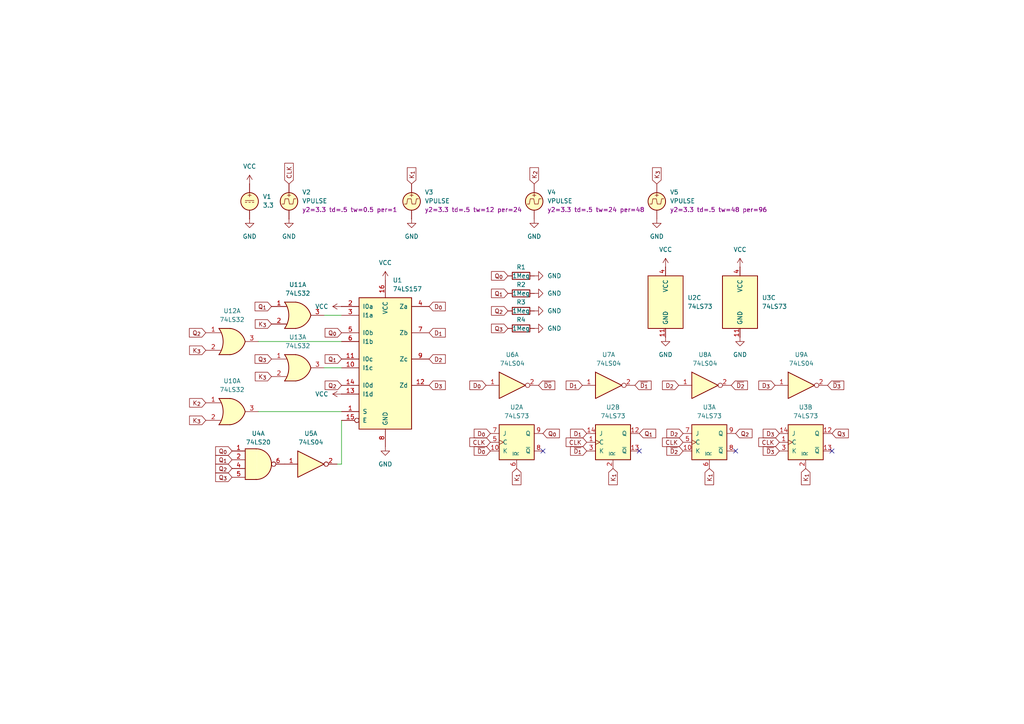
<source format=kicad_sch>
(kicad_sch (version 20250114) (generator "eeschema") (generator_version "9.0")
  (paper "A4")
  (lib_symbols
    (symbol "74xx:74LS04"
      (property "Reference" "U" (at 0 1.27 0))
      (property "Value" "74LS04" (at 0 -1.27 0))
      (symbol "74LS04_1_0"
        (polyline (pts (xy -3.81 3.81) (xy -3.81 -3.81) (xy 3.81 0) (xy -3.81 3.81)) (stroke (width 0.254)) (fill (type background)))
        (pin input line (at -7.62 0 0) (length 3.81) (name "~") (number "1"))
        (pin output inverted (at 7.62 0 180) (length 3.81) (name "~") (number "2"))
      )
      (symbol "74LS04_2_0"
        (polyline (pts (xy -3.81 3.81) (xy -3.81 -3.81) (xy 3.81 0) (xy -3.81 3.81)) (stroke (width 0.254)) (fill (type background)))
        (pin input line (at -7.62 0 0) (length 3.81) (name "~") (number "3"))
        (pin output inverted (at 7.62 0 180) (length 3.81) (name "~") (number "4"))
      )
      (symbol "74LS04_3_0"
        (polyline (pts (xy -3.81 3.81) (xy -3.81 -3.81) (xy 3.81 0) (xy -3.81 3.81)) (stroke (width 0.254)) (fill (type background)))
        (pin input line (at -7.62 0 0) (length 3.81) (name "~") (number "5"))
        (pin output inverted (at 7.62 0 180) (length 3.81) (name "~") (number "6"))
      )
      (symbol "74LS04_4_0"
        (polyline (pts (xy -3.81 3.81) (xy -3.81 -3.81) (xy 3.81 0) (xy -3.81 3.81)) (stroke (width 0.254)) (fill (type background)))
        (pin input line (at -7.62 0 0) (length 3.81) (name "~") (number "9"))
        (pin output inverted (at 7.62 0 180) (length 3.81) (name "~") (number "8"))
      )
      (symbol "74LS04_5_0"
        (polyline (pts (xy -3.81 3.81) (xy -3.81 -3.81) (xy 3.81 0) (xy -3.81 3.81)) (stroke (width 0.254)) (fill (type background)))
        (pin input line (at -7.62 0 0) (length 3.81) (name "~") (number "11"))
        (pin output inverted (at 7.62 0 180) (length 3.81) (name "~") (number "10"))
      )
      (symbol "74LS04_6_0"
        (polyline (pts (xy -3.81 3.81) (xy -3.81 -3.81) (xy 3.81 0) (xy -3.81 3.81)) (stroke (width 0.254)) (fill (type background)))
        (pin input line (at -7.62 0 0) (length 3.81) (name "~") (number "13"))
        (pin output inverted (at 7.62 0 180) (length 3.81) (name "~") (number "12"))
      )
      (symbol "74LS04_7_0"
        (pin power_in line (at 0 12.7 270) (length 5.08) (name "VCC") (number "14"))
        (pin power_in line (at 0 -12.7 90) (length 5.08) (name "GND") (number "7"))
      )
      (symbol "74LS04_7_1"
        (rectangle (start -5.08 7.62) (end 5.08 -7.62) (stroke (width 0.254)) (fill (type background)))
      )
    )
    (symbol "74xx:74LS157" (pin_names (offset 1.016))
      (property "Reference" "U" (at -7.62 19.05 0))
      (property "Value" "74LS157" (at -7.62 -21.59 0))
      (symbol "74LS157_1_0"
        (pin input line (at -12.7 15.24 0) (length 5.08) (name "I0a") (number "2"))
        (pin input line (at -12.7 12.7 0) (length 5.08) (name "I1a") (number "3"))
        (pin input line (at -12.7 7.62 0) (length 5.08) (name "I0b") (number "5"))
        (pin input line (at -12.7 5.08 0) (length 5.08) (name "I1b") (number "6"))
        (pin input line (at -12.7 0 0) (length 5.08) (name "I0c") (number "11"))
        (pin input line (at -12.7 -2.54 0) (length 5.08) (name "I1c") (number "10"))
        (pin input line (at -12.7 -7.62 0) (length 5.08) (name "I0d") (number "14"))
        (pin input line (at -12.7 -10.16 0) (length 5.08) (name "I1d") (number "13"))
        (pin input line (at -12.7 -15.24 0) (length 5.08) (name "S") (number "1"))
        (pin input inverted (at -12.7 -17.78 0) (length 5.08) (name "E") (number "15"))
        (pin power_in line (at 0 22.86 270) (length 5.08) (name "VCC") (number "16"))
        (pin power_in line (at 0 -25.4 90) (length 5.08) (name "GND") (number "8"))
        (pin output line (at 12.7 15.24 180) (length 5.08) (name "Za") (number "4"))
        (pin output line (at 12.7 7.62 180) (length 5.08) (name "Zb") (number "7"))
        (pin output line (at 12.7 0 180) (length 5.08) (name "Zc") (number "9"))
        (pin output line (at 12.7 -7.62 180) (length 5.08) (name "Zd") (number "12"))
      )
      (symbol "74LS157_1_1"
        (rectangle (start -7.62 17.78) (end 7.62 -20.32) (stroke (width 0.254)) (fill (type background)))
      )
    )
    (symbol "74xx:74LS20" (pin_names (offset 1.016))
      (property "Reference" "U" (at 0 1.27 0))
      (property "Value" "74LS20" (at 0 -1.27 0))
      (symbol "74LS20_1_1"
        (arc (start -0.635 4.445) (mid 3.7907 0) (end -0.635 -4.445) (stroke (width 0.254)) (fill (type background)))
        (polyline (pts (xy -0.635 4.445) (xy -3.81 4.445) (xy -3.81 -4.445) (xy -0.635 -4.445)) (stroke (width 0.254)) (fill (type background)))
        (pin input line (at -7.62 3.81 0) (length 3.81) (name "~") (number "1"))
        (pin input line (at -7.62 1.27 0) (length 3.81) (name "~") (number "2"))
        (pin input line (at -7.62 -1.27 0) (length 3.81) (name "~") (number "4"))
        (pin input line (at -7.62 -3.81 0) (length 3.81) (name "~") (number "5"))
        (pin output inverted (at 7.62 0 180) (length 3.81) (name "~") (number "6"))
      )
      (symbol "74LS20_1_2"
        (arc (start -3.81 4.445) (mid -2.5908 0) (end -3.81 -4.445) (stroke (width 0.254)))
        (polyline (pts (xy -3.81 4.445) (xy -0.635 4.445)) (stroke (width 0.254)) (fill (type background)))
        (polyline (pts (xy -3.81 -4.445) (xy -0.635 -4.445)) (stroke (width 0.254)) (fill (type background)))
        (arc (start -0.6096 4.445) (mid 2.2198 2.8385) (end 3.81 0) (stroke (width 0.254)) (fill (type background)))
        (arc (start 3.81 0) (mid 2.224 -2.8428) (end -0.6096 -4.445) (stroke (width 0.254)) (fill (type background)))
        (polyline (pts (xy -0.635 4.445) (xy -3.81 4.445) (xy -3.81 4.445) (xy -3.6322 4.0894) (xy -3.0988 2.921) (xy -2.7686 1.6764) (xy -2.6162 0.4318) (xy -2.6416 -0.8636) (xy -2.8702 -2.1082) (xy -3.2512 -3.3274) (xy -3.81 -4.445) (xy -3.81 -4.445) (xy -0.635 -4.445)) (stroke (width -25.4)) (fill (type background)))
        (pin input inverted (at -7.62 3.81 0) (length 3.81) (name "~") (number "1"))
        (pin input inverted (at -7.62 1.27 0) (length 4.826) (name "~") (number "2"))
        (pin input inverted (at -7.62 -1.27 0) (length 4.826) (name "~") (number "4"))
        (pin input inverted (at -7.62 -3.81 0) (length 3.81) (name "~") (number "5"))
        (pin output line (at 7.62 0 180) (length 3.81) (name "~") (number "6"))
      )
      (symbol "74LS20_2_1"
        (arc (start -0.635 4.445) (mid 3.7907 0) (end -0.635 -4.445) (stroke (width 0.254)) (fill (type background)))
        (polyline (pts (xy -0.635 4.445) (xy -3.81 4.445) (xy -3.81 -4.445) (xy -0.635 -4.445)) (stroke (width 0.254)) (fill (type background)))
        (pin input line (at -7.62 3.81 0) (length 3.81) (name "~") (number "9"))
        (pin input line (at -7.62 1.27 0) (length 3.81) (name "~") (number "10"))
        (pin input line (at -7.62 -1.27 0) (length 3.81) (name "~") (number "12"))
        (pin input line (at -7.62 -3.81 0) (length 3.81) (name "~") (number "13"))
        (pin output inverted (at 7.62 0 180) (length 3.81) (name "~") (number "8"))
      )
      (symbol "74LS20_2_2"
        (arc (start -3.81 4.445) (mid -2.5908 0) (end -3.81 -4.445) (stroke (width 0.254)))
        (polyline (pts (xy -3.81 4.445) (xy -0.635 4.445)) (stroke (width 0.254)) (fill (type background)))
        (polyline (pts (xy -3.81 -4.445) (xy -0.635 -4.445)) (stroke (width 0.254)) (fill (type background)))
        (arc (start -0.6096 4.445) (mid 2.2198 2.8385) (end 3.81 0) (stroke (width 0.254)) (fill (type background)))
        (arc (start 3.81 0) (mid 2.224 -2.8428) (end -0.6096 -4.445) (stroke (width 0.254)) (fill (type background)))
        (polyline (pts (xy -0.635 4.445) (xy -3.81 4.445) (xy -3.81 4.445) (xy -3.6322 4.0894) (xy -3.0988 2.921) (xy -2.7686 1.6764) (xy -2.6162 0.4318) (xy -2.6416 -0.8636) (xy -2.8702 -2.1082) (xy -3.2512 -3.3274) (xy -3.81 -4.445) (xy -3.81 -4.445) (xy -0.635 -4.445)) (stroke (width -25.4)) (fill (type background)))
        (pin input inverted (at -7.62 3.81 0) (length 3.81) (name "~") (number "9"))
        (pin input inverted (at -7.62 1.27 0) (length 4.826) (name "~") (number "10"))
        (pin input inverted (at -7.62 -1.27 0) (length 4.826) (name "~") (number "12"))
        (pin input inverted (at -7.62 -3.81 0) (length 3.81) (name "~") (number "13"))
        (pin output line (at 7.62 0 180) (length 3.81) (name "~") (number "8"))
      )
      (symbol "74LS20_3_0"
        (pin power_in line (at 0 12.7 270) (length 5.08) (name "VCC") (number "14"))
        (pin power_in line (at 0 -12.7 90) (length 5.08) (name "GND") (number "7"))
      )
      (symbol "74LS20_3_1"
        (rectangle (start -5.08 7.62) (end 5.08 -7.62) (stroke (width 0.254)) (fill (type background)))
      )
    )
    (symbol "74xx:74LS32" (pin_names (offset 1.016))
      (property "Reference" "U" (at 0 1.27 0))
      (property "Value" "74LS32" (at 0 -1.27 0))
      (symbol "74LS32_1_1"
        (arc (start -3.81 3.81) (mid -2.589 0) (end -3.81 -3.81) (stroke (width 0.254)))
        (polyline (pts (xy -3.81 3.81) (xy -0.635 3.81)) (stroke (width 0.254)) (fill (type background)))
        (polyline (pts (xy -3.81 -3.81) (xy -0.635 -3.81)) (stroke (width 0.254)) (fill (type background)))
        (arc (start 3.81 0) (mid 2.1855 -2.584) (end -0.6096 -3.81) (stroke (width 0.254)) (fill (type background)))
        (arc (start -0.6096 3.81) (mid 2.1928 2.5924) (end 3.81 0) (stroke (width 0.254)) (fill (type background)))
        (polyline (pts (xy -0.635 3.81) (xy -3.81 3.81) (xy -3.81 3.81) (xy -3.556 3.4036) (xy -3.0226 2.2606) (xy -2.6924 1.0414) (xy -2.6162 -0.254) (xy -2.7686 -1.4986) (xy -3.175 -2.7178) (xy -3.81 -3.81) (xy -3.81 -3.81) (xy -0.635 -3.81)) (stroke (width -25.4)) (fill (type background)))
        (pin input line (at -7.62 2.54 0) (length 4.318) (name "~") (number "1"))
        (pin input line (at -7.62 -2.54 0) (length 4.318) (name "~") (number "2"))
        (pin output line (at 7.62 0 180) (length 3.81) (name "~") (number "3"))
      )
      (symbol "74LS32_1_2"
        (arc (start 0 3.81) (mid 3.7934 0) (end 0 -3.81) (stroke (width 0.254)) (fill (type background)))
        (polyline (pts (xy 0 3.81) (xy -3.81 3.81) (xy -3.81 -3.81) (xy 0 -3.81)) (stroke (width 0.254)) (fill (type background)))
        (pin input inverted (at -7.62 2.54 0) (length 3.81) (name "~") (number "1"))
        (pin input inverted (at -7.62 -2.54 0) (length 3.81) (name "~") (number "2"))
        (pin output inverted (at 7.62 0 180) (length 3.81) (name "~") (number "3"))
      )
      (symbol "74LS32_2_1"
        (arc (start -3.81 3.81) (mid -2.589 0) (end -3.81 -3.81) (stroke (width 0.254)))
        (polyline (pts (xy -3.81 3.81) (xy -0.635 3.81)) (stroke (width 0.254)) (fill (type background)))
        (polyline (pts (xy -3.81 -3.81) (xy -0.635 -3.81)) (stroke (width 0.254)) (fill (type background)))
        (arc (start 3.81 0) (mid 2.1855 -2.584) (end -0.6096 -3.81) (stroke (width 0.254)) (fill (type background)))
        (arc (start -0.6096 3.81) (mid 2.1928 2.5924) (end 3.81 0) (stroke (width 0.254)) (fill (type background)))
        (polyline (pts (xy -0.635 3.81) (xy -3.81 3.81) (xy -3.81 3.81) (xy -3.556 3.4036) (xy -3.0226 2.2606) (xy -2.6924 1.0414) (xy -2.6162 -0.254) (xy -2.7686 -1.4986) (xy -3.175 -2.7178) (xy -3.81 -3.81) (xy -3.81 -3.81) (xy -0.635 -3.81)) (stroke (width -25.4)) (fill (type background)))
        (pin input line (at -7.62 2.54 0) (length 4.318) (name "~") (number "4"))
        (pin input line (at -7.62 -2.54 0) (length 4.318) (name "~") (number "5"))
        (pin output line (at 7.62 0 180) (length 3.81) (name "~") (number "6"))
      )
      (symbol "74LS32_2_2"
        (arc (start 0 3.81) (mid 3.7934 0) (end 0 -3.81) (stroke (width 0.254)) (fill (type background)))
        (polyline (pts (xy 0 3.81) (xy -3.81 3.81) (xy -3.81 -3.81) (xy 0 -3.81)) (stroke (width 0.254)) (fill (type background)))
        (pin input inverted (at -7.62 2.54 0) (length 3.81) (name "~") (number "4"))
        (pin input inverted (at -7.62 -2.54 0) (length 3.81) (name "~") (number "5"))
        (pin output inverted (at 7.62 0 180) (length 3.81) (name "~") (number "6"))
      )
      (symbol "74LS32_3_1"
        (arc (start -3.81 3.81) (mid -2.589 0) (end -3.81 -3.81) (stroke (width 0.254)))
        (polyline (pts (xy -3.81 3.81) (xy -0.635 3.81)) (stroke (width 0.254)) (fill (type background)))
        (polyline (pts (xy -3.81 -3.81) (xy -0.635 -3.81)) (stroke (width 0.254)) (fill (type background)))
        (arc (start 3.81 0) (mid 2.1855 -2.584) (end -0.6096 -3.81) (stroke (width 0.254)) (fill (type background)))
        (arc (start -0.6096 3.81) (mid 2.1928 2.5924) (end 3.81 0) (stroke (width 0.254)) (fill (type background)))
        (polyline (pts (xy -0.635 3.81) (xy -3.81 3.81) (xy -3.81 3.81) (xy -3.556 3.4036) (xy -3.0226 2.2606) (xy -2.6924 1.0414) (xy -2.6162 -0.254) (xy -2.7686 -1.4986) (xy -3.175 -2.7178) (xy -3.81 -3.81) (xy -3.81 -3.81) (xy -0.635 -3.81)) (stroke (width -25.4)) (fill (type background)))
        (pin input line (at -7.62 2.54 0) (length 4.318) (name "~") (number "9"))
        (pin input line (at -7.62 -2.54 0) (length 4.318) (name "~") (number "10"))
        (pin output line (at 7.62 0 180) (length 3.81) (name "~") (number "8"))
      )
      (symbol "74LS32_3_2"
        (arc (start 0 3.81) (mid 3.7934 0) (end 0 -3.81) (stroke (width 0.254)) (fill (type background)))
        (polyline (pts (xy 0 3.81) (xy -3.81 3.81) (xy -3.81 -3.81) (xy 0 -3.81)) (stroke (width 0.254)) (fill (type background)))
        (pin input inverted (at -7.62 2.54 0) (length 3.81) (name "~") (number "9"))
        (pin input inverted (at -7.62 -2.54 0) (length 3.81) (name "~") (number "10"))
        (pin output inverted (at 7.62 0 180) (length 3.81) (name "~") (number "8"))
      )
      (symbol "74LS32_4_1"
        (arc (start -3.81 3.81) (mid -2.589 0) (end -3.81 -3.81) (stroke (width 0.254)))
        (polyline (pts (xy -3.81 3.81) (xy -0.635 3.81)) (stroke (width 0.254)) (fill (type background)))
        (polyline (pts (xy -3.81 -3.81) (xy -0.635 -3.81)) (stroke (width 0.254)) (fill (type background)))
        (arc (start 3.81 0) (mid 2.1855 -2.584) (end -0.6096 -3.81) (stroke (width 0.254)) (fill (type background)))
        (arc (start -0.6096 3.81) (mid 2.1928 2.5924) (end 3.81 0) (stroke (width 0.254)) (fill (type background)))
        (polyline (pts (xy -0.635 3.81) (xy -3.81 3.81) (xy -3.81 3.81) (xy -3.556 3.4036) (xy -3.0226 2.2606) (xy -2.6924 1.0414) (xy -2.6162 -0.254) (xy -2.7686 -1.4986) (xy -3.175 -2.7178) (xy -3.81 -3.81) (xy -3.81 -3.81) (xy -0.635 -3.81)) (stroke (width -25.4)) (fill (type background)))
        (pin input line (at -7.62 2.54 0) (length 4.318) (name "~") (number "12"))
        (pin input line (at -7.62 -2.54 0) (length 4.318) (name "~") (number "13"))
        (pin output line (at 7.62 0 180) (length 3.81) (name "~") (number "11"))
      )
      (symbol "74LS32_4_2"
        (arc (start 0 3.81) (mid 3.7934 0) (end 0 -3.81) (stroke (width 0.254)) (fill (type background)))
        (polyline (pts (xy 0 3.81) (xy -3.81 3.81) (xy -3.81 -3.81) (xy 0 -3.81)) (stroke (width 0.254)) (fill (type background)))
        (pin input inverted (at -7.62 2.54 0) (length 3.81) (name "~") (number "12"))
        (pin input inverted (at -7.62 -2.54 0) (length 3.81) (name "~") (number "13"))
        (pin output inverted (at 7.62 0 180) (length 3.81) (name "~") (number "11"))
      )
      (symbol "74LS32_5_0"
        (pin power_in line (at 0 12.7 270) (length 5.08) (name "VCC") (number "14"))
        (pin power_in line (at 0 -12.7 90) (length 5.08) (name "GND") (number "7"))
      )
      (symbol "74LS32_5_1"
        (rectangle (start -5.08 7.62) (end 5.08 -7.62) (stroke (width 0.254)) (fill (type background)))
      )
    )
    (symbol "74xx:74LS73" (pin_names (offset 1.016))
      (property "Reference" "U" (at -7.62 8.89 0))
      (property "Value" "74LS73" (at -7.62 -8.89 0))
      (symbol "74LS73_1_0"
        (pin input line (at -7.62 2.54 0) (length 2.54) (name "J") (number "7"))
        (pin input clock (at -7.62 0 0) (length 2.54) (name "C") (number "5"))
        (pin input line (at -7.62 -2.54 0) (length 2.54) (name "K") (number "10"))
        (pin input line (at 0 -7.62 90) (length 2.54) (name "~{R}") (number "6"))
        (pin output line (at 7.62 2.54 180) (length 2.54) (name "Q") (number "9"))
        (pin output line (at 7.62 -2.54 180) (length 2.54) (name "~{Q}") (number "8"))
      )
      (symbol "74LS73_1_1"
        (rectangle (start -5.08 5.08) (end 5.08 -5.08) (stroke (width 0.254)) (fill (type background)))
      )
      (symbol "74LS73_2_0"
        (pin input line (at -7.62 2.54 0) (length 2.54) (name "J") (number "14"))
        (pin input clock (at -7.62 0 0) (length 2.54) (name "C") (number "1"))
        (pin input line (at -7.62 -2.54 0) (length 2.54) (name "K") (number "3"))
        (pin input line (at 0 -7.62 90) (length 2.54) (name "~{R}") (number "2"))
        (pin output line (at 7.62 2.54 180) (length 2.54) (name "Q") (number "12"))
        (pin output line (at 7.62 -2.54 180) (length 2.54) (name "~{Q}") (number "13"))
      )
      (symbol "74LS73_2_1"
        (rectangle (start -5.08 5.08) (end 5.08 -5.08) (stroke (width 0.254)) (fill (type background)))
      )
      (symbol "74LS73_3_0"
        (pin power_in line (at 0 10.16 270) (length 2.54) (name "VCC") (number "4"))
        (pin power_in line (at 0 -10.16 90) (length 2.54) (name "GND") (number "11"))
      )
      (symbol "74LS73_3_1"
        (rectangle (start -5.08 7.62) (end 5.08 -7.62) (stroke (width 0.254)) (fill (type background)))
      )
    )
    (symbol "Device:R" (pin_numbers (hide yes)) (pin_names (offset 0))
      (property "Reference" "R" (at 2.032 0 90))
      (property "Value" "R" (at 0 0 90))
      (symbol "R_0_1"
        (rectangle (start -1.016 -2.54) (end 1.016 2.54) (stroke (width 0.254)))
      )
      (symbol "R_1_1"
        (pin passive line (at 0 3.81 270) (length 1.27) (name "~") (number "1"))
        (pin passive line (at 0 -3.81 90) (length 1.27) (name "~") (number "2"))
      )
    )
    (symbol "Simulation_SPICE:VDC" (pin_numbers (hide yes)) (pin_names (offset 0.0254))
      (property "Reference" "V" (at 2.54 2.54 0))
      (property "Value" "1" (at 2.54 0 0))
      (symbol "VDC_0_0"
        (polyline (pts (xy -1.27 0.254) (xy 1.27 0.254)))
        (polyline (pts (xy -0.762 -0.254) (xy -1.27 -0.254)))
        (polyline (pts (xy 0.254 -0.254) (xy -0.254 -0.254)))
        (polyline (pts (xy 1.27 -0.254) (xy 0.762 -0.254)))
        (text "+" (at 0 1.905 0) (effects (font (size 1.27 1.27))))
      )
      (symbol "VDC_0_1"
        (circle (center 0 0) (radius 2.54) (stroke (width 0.254)) (fill (type background)))
      )
      (symbol "VDC_1_1"
        (pin passive line (at 0 5.08 270) (length 2.54) (name "~") (number "1"))
        (pin passive line (at 0 -5.08 90) (length 2.54) (name "~") (number "2"))
      )
    )
    (symbol "Simulation_SPICE:VPULSE" (pin_numbers (hide yes)) (pin_names (offset 0.0254))
      (property "Reference" "V" (at 2.54 2.54 0))
      (property "Value" "VPULSE" (at 2.54 0 0))
      (property "Sim.Params" "y1=0 y2=1 td=2n tr=2n tf=2n tw=50n per=100n" (at 2.54 -2.54 0))
      (symbol "VPULSE_0_0"
        (polyline (pts (xy -2.032 -0.762) (xy -1.397 -0.762) (xy -1.143 0.762) (xy -0.127 0.762) (xy 0.127 -0.762) (xy 1.143 -0.762) (xy 1.397 0.762) (xy 2.032 0.762)))
        (text "+" (at 0 1.905 0) (effects (font (size 1.27 1.27))))
      )
      (symbol "VPULSE_0_1"
        (circle (center 0 0) (radius 2.54) (stroke (width 0.254)) (fill (type background)))
      )
      (symbol "VPULSE_1_1"
        (pin passive line (at 0 5.08 270) (length 2.54) (name "~") (number "1"))
        (pin passive line (at 0 -5.08 90) (length 2.54) (name "~") (number "2"))
      )
    )
    (symbol "power:GND" (power) (pin_numbers (hide yes)) (pin_names (offset 0) (hide yes))
      (property "Value" "GND" (at 0 -3.81 0))
      (symbol "GND_0_1"
        (polyline (pts (xy 0 0) (xy 0 -1.27) (xy 1.27 -1.27) (xy 0 -2.54) (xy -1.27 -1.27) (xy 0 -1.27)))
      )
      (symbol "GND_1_1"
        (pin power_in line (at 0 0 270) (length 0) (name "~") (number "1"))
      )
    )
    (symbol "power:VCC" (power) (pin_numbers (hide yes)) (pin_names (offset 0) (hide yes))
      (property "Value" "VCC" (at 0 3.556 0))
      (symbol "VCC_0_1"
        (polyline (pts (xy -0.762 1.27) (xy 0 2.54)))
        (polyline (pts (xy 0 2.54) (xy 0.762 1.27)))
        (polyline (pts (xy 0 0) (xy 0 2.54)))
      )
      (symbol "VCC_1_1"
        (pin power_in line (at 0 0 90) (length 0) (name "~") (number "1"))
      )
    )
  )
  (no_connect (at 213.36 130.81))
  (no_connect (at 241.3 130.81))
  (no_connect (at 157.48 130.81))
  (no_connect (at 185.42 130.81))
  (wire (pts (xy 74.93 99.06) (xy 99.06 99.06)))
  (wire (pts (xy 99.06 134.62) (xy 99.06 121.92)))
  (wire (pts (xy 93.98 106.68) (xy 99.06 106.68)))
  (wire (pts (xy 97.79 134.62) (xy 99.06 134.62)))
  (wire (pts (xy 74.93 119.38) (xy 99.06 119.38)))
  (wire (pts (xy 93.98 91.44) (xy 99.06 91.44)))
  (global_label "K_{2}" (shape input) (at 59.69 116.84 180) (property "Intersheetrefs" "${INTERSHEET_REFS}" (effects (hide yes))))
  (global_label "Q_{1}" (shape input) (at 99.06 104.14 180) (property "Intersheetrefs" "${INTERSHEET_REFS}" (effects (hide yes))))
  (global_label "D_{3}" (shape input) (at 224.79 111.76 180) (property "Intersheetrefs" "${INTERSHEET_REFS}" (effects (hide yes))))
  (global_label "D_{0}" (shape input) (at 140.97 111.76 180) (property "Intersheetrefs" "${INTERSHEET_REFS}" (effects (hide yes))))
  (global_label "CLK" (shape input) (at 142.24 128.27 180) (property "Intersheetrefs" "${INTERSHEET_REFS}" (effects (hide yes))))
  (global_label "D_{3}" (shape input) (at 124.46 111.76 0) (property "Intersheetrefs" "${INTERSHEET_REFS}" (effects (hide yes))))
  (global_label "K_{1}" (shape input) (at 177.8 135.89 270) (property "Intersheetrefs" "${INTERSHEET_REFS}" (effects (hide yes))))
  (global_label "Q_{0}" (shape input) (at 147.32 80.01 180) (property "Intersheetrefs" "${INTERSHEET_REFS}" (effects (hide yes))))
  (global_label "D_{3}" (shape input) (at 226.06 125.73 180) (property "Intersheetrefs" "${INTERSHEET_REFS}" (effects (hide yes))))
  (global_label "CLK" (shape input) (at 170.18 128.27 180) (property "Intersheetrefs" "${INTERSHEET_REFS}" (effects (hide yes))))
  (global_label "~{D_{0}}" (shape input) (at 156.21 111.76 0) (property "Intersheetrefs" "${INTERSHEET_REFS}" (effects (hide yes))))
  (global_label "~{D_{3}}" (shape input) (at 240.03 111.76 0) (property "Intersheetrefs" "${INTERSHEET_REFS}" (effects (hide yes))))
  (global_label "~{D_{2}}" (shape input) (at 212.09 111.76 0) (property "Intersheetrefs" "${INTERSHEET_REFS}" (effects (hide yes))))
  (global_label "~{D_{3}}" (shape input) (at 226.06 130.81 180) (property "Intersheetrefs" "${INTERSHEET_REFS}" (effects (hide yes))))
  (global_label "K_{3}" (shape input) (at 59.69 121.92 180) (property "Intersheetrefs" "${INTERSHEET_REFS}" (effects (hide yes))))
  (global_label "Q_{3}" (shape input) (at 241.3 125.73 0) (property "Intersheetrefs" "${INTERSHEET_REFS}" (effects (hide yes))))
  (global_label "~{D_{1}}" (shape input) (at 184.15 111.76 0) (property "Intersheetrefs" "${INTERSHEET_REFS}" (effects (hide yes))))
  (global_label "Q_{2}" (shape input) (at 213.36 125.73 0) (property "Intersheetrefs" "${INTERSHEET_REFS}" (effects (hide yes))))
  (global_label "Q_{1}" (shape input) (at 67.31 133.35 180) (property "Intersheetrefs" "${INTERSHEET_REFS}" (effects (hide yes))))
  (global_label "Q_{1}" (shape input) (at 78.74 88.9 180) (property "Intersheetrefs" "${INTERSHEET_REFS}" (effects (hide yes))))
  (global_label "K_{3}" (shape input) (at 78.74 109.22 180) (property "Intersheetrefs" "${INTERSHEET_REFS}" (effects (hide yes))))
  (global_label "Q_{2}" (shape input) (at 99.06 111.76 180) (property "Intersheetrefs" "${INTERSHEET_REFS}" (effects (hide yes))))
  (global_label "Q_{1}" (shape input) (at 147.32 85.09 180) (property "Intersheetrefs" "${INTERSHEET_REFS}" (effects (hide yes))))
  (global_label "K_{1}" (shape input) (at 205.74 135.89 270) (property "Intersheetrefs" "${INTERSHEET_REFS}" (effects (hide yes))))
  (global_label "D_{2}" (shape input) (at 124.46 104.14 0) (property "Intersheetrefs" "${INTERSHEET_REFS}" (effects (hide yes))))
  (global_label "D_{2}" (shape input) (at 196.85 111.76 180) (property "Intersheetrefs" "${INTERSHEET_REFS}" (effects (hide yes))))
  (global_label "~{D_{0}}" (shape input) (at 142.24 130.81 180) (property "Intersheetrefs" "${INTERSHEET_REFS}" (effects (hide yes))))
  (global_label "Q_{0}" (shape input) (at 67.31 130.81 180) (property "Intersheetrefs" "${INTERSHEET_REFS}" (effects (hide yes))))
  (global_label "~{D_{2}}" (shape input) (at 198.12 130.81 180) (property "Intersheetrefs" "${INTERSHEET_REFS}" (effects (hide yes))))
  (global_label "K_{1}" (shape input) (at 233.68 135.89 270) (property "Intersheetrefs" "${INTERSHEET_REFS}" (effects (hide yes))))
  (global_label "Q_{0}" (shape input) (at 99.06 96.52 180) (property "Intersheetrefs" "${INTERSHEET_REFS}" (effects (hide yes))))
  (global_label "Q_{2}" (shape input) (at 67.31 135.89 180) (property "Intersheetrefs" "${INTERSHEET_REFS}" (effects (hide yes))))
  (global_label "K_{3}" (shape input) (at 78.74 93.98 180) (property "Intersheetrefs" "${INTERSHEET_REFS}" (effects (hide yes))))
  (global_label "~{D_{1}}" (shape input) (at 170.18 130.81 180) (property "Intersheetrefs" "${INTERSHEET_REFS}" (effects (hide yes))))
  (global_label "Q_{3}" (shape input) (at 78.74 104.14 180) (property "Intersheetrefs" "${INTERSHEET_REFS}" (effects (hide yes))))
  (global_label "D_{1}" (shape input) (at 124.46 96.52 0) (property "Intersheetrefs" "${INTERSHEET_REFS}" (effects (hide yes))))
  (global_label "Q_{1}" (shape input) (at 185.42 125.73 0) (property "Intersheetrefs" "${INTERSHEET_REFS}" (effects (hide yes))))
  (global_label "D_{1}" (shape input) (at 170.18 125.73 180) (property "Intersheetrefs" "${INTERSHEET_REFS}" (effects (hide yes))))
  (global_label "CLK" (shape input) (at 198.12 128.27 180) (property "Intersheetrefs" "${INTERSHEET_REFS}" (effects (hide yes))))
  (global_label "Q_{0}" (shape input) (at 157.48 125.73 0) (property "Intersheetrefs" "${INTERSHEET_REFS}" (effects (hide yes))))
  (global_label "K_{3}" (shape input) (at 190.5 53.34 90) (property "Intersheetrefs" "${INTERSHEET_REFS}" (effects (hide yes))))
  (global_label "CLK" (shape input) (at 226.06 128.27 180) (property "Intersheetrefs" "${INTERSHEET_REFS}" (effects (hide yes))))
  (global_label "K_{3}" (shape input) (at 59.69 101.6 180) (property "Intersheetrefs" "${INTERSHEET_REFS}" (effects (hide yes))))
  (global_label "K_{2}" (shape input) (at 154.94 53.34 90) (property "Intersheetrefs" "${INTERSHEET_REFS}" (effects (hide yes))))
  (global_label "Q_{3}" (shape input) (at 67.31 138.43 180) (property "Intersheetrefs" "${INTERSHEET_REFS}" (effects (hide yes))))
  (global_label "Q_{3}" (shape input) (at 147.32 95.25 180) (property "Intersheetrefs" "${INTERSHEET_REFS}" (effects (hide yes))))
  (global_label "D_{0}" (shape input) (at 142.24 125.73 180) (property "Intersheetrefs" "${INTERSHEET_REFS}" (effects (hide yes))))
  (global_label "D_{0}" (shape input) (at 124.46 88.9 0) (property "Intersheetrefs" "${INTERSHEET_REFS}" (effects (hide yes))))
  (global_label "Q_{2}" (shape input) (at 59.69 96.52 180) (property "Intersheetrefs" "${INTERSHEET_REFS}" (effects (hide yes))))
  (global_label "D_{1}" (shape input) (at 168.91 111.76 180) (property "Intersheetrefs" "${INTERSHEET_REFS}" (effects (hide yes))))
  (global_label "K_{1}" (shape input) (at 119.38 53.34 90) (property "Intersheetrefs" "${INTERSHEET_REFS}" (effects (hide yes))))
  (global_label "D_{2}" (shape input) (at 198.12 125.73 180) (property "Intersheetrefs" "${INTERSHEET_REFS}" (effects (hide yes))))
  (global_label "Q_{2}" (shape input) (at 147.32 90.17 180) (property "Intersheetrefs" "${INTERSHEET_REFS}" (effects (hide yes))))
  (global_label "CLK" (shape input) (at 83.82 53.34 90) (property "Intersheetrefs" "${INTERSHEET_REFS}" (effects (hide yes))))
  (global_label "K_{1}" (shape input) (at 149.86 135.89 270) (property "Intersheetrefs" "${INTERSHEET_REFS}" (effects (hide yes))))
  (symbol (lib_id "74xx:74LS73") (at 193.04 87.63 0) (unit 3)
    (property "Reference" "U2" (at 199.39 86.3599 0) (effects (justify left)))
    (property "Value" "74LS73" (at 199.39 88.8999 0) (effects (justify left)))
    (property "Datasheet" "http://www.ti.com/lit/gpn/sn74LS73" (effects (hide yes)))
    (property "Description" "Dual JK Flip-Flop, reset" (effects (hide yes)))
    (property "Sim.Library" "../74LS73A.lib" (effects (hide yes)))
    (property "Sim.Name" "74LS73A" (effects (hide yes)))
    (property "Sim.Device" "SUBCKT" (effects (hide yes)))
    (property "Sim.Pins" "1=1CLK 2=1CLRBAR 3=1K 4=DPWR 5=2CLK 6=2CLRBAR 7=2J 8=2QBAR 9=2Q 10=2K 11=DGND 12=1Q 13=1QBAR 14=1J" (effects (hide yes)))
  )
  (symbol (lib_id "power:VCC") (at 72.39 53.34 0) (unit 1)
    (property "Reference" "#PWR01" (effects (hide yes)))
    (property "Value" "VCC" (at 72.39 48.26 0))
    (property "Description" "Power symbol creates a global label with name \"VCC\"" (effects (hide yes)))
  )
  (symbol (lib_id "74xx:74LS32") (at 67.31 119.38 0) (unit 1)
    (property "Reference" "U10" (at 67.31 110.49 0))
    (property "Value" "74LS32" (at 67.31 113.03 0))
    (property "Datasheet" "http://www.ti.com/lit/gpn/sn74LS32" (effects (hide yes)))
    (property "Description" "Quad 2-input OR" (effects (hide yes)))
    (property "Sim.Library" "../74LS32.lib" (effects (hide yes)))
    (property "Sim.Name" "74LS32" (effects (hide yes)))
    (property "Sim.Device" "SUBCKT" (effects (hide yes)))
    (property "Sim.Pins" "1=1A 2=1B 3=1Y" (effects (hide yes)))
  )
  (symbol (lib_id "74xx:74LS20") (at 74.93 134.62 0) (unit 1)
    (property "Reference" "U4" (at 74.9203 125.73 0))
    (property "Value" "74LS20" (at 74.9203 128.27 0))
    (property "Datasheet" "http://www.ti.com/lit/gpn/sn74LS20" (effects (hide yes)))
    (property "Description" "Dual 4-input NAND" (effects (hide yes)))
    (property "Sim.Library" "../74LS20.lib" (effects (hide yes)))
    (property "Sim.Name" "74LS20" (effects (hide yes)))
    (property "Sim.Device" "SUBCKT" (effects (hide yes)))
    (property "Sim.Pins" "1=1A 2=1B 4=1C 5=1D 6=1Y" (effects (hide yes)))
  )
  (symbol (lib_id "Device:R") (at 151.13 95.25 90) (unit 1)
    (property "Reference" "R4" (at 151.13 92.71 90))
    (property "Value" "1Meg" (at 151.13 95.25 90))
    (property "Description" "Resistor" (effects (hide yes)))
  )
  (symbol (lib_id "power:GND") (at 119.38 63.5 0) (unit 1)
    (property "Reference" "#PWR011" (effects (hide yes)))
    (property "Value" "GND" (at 119.38 68.58 0))
    (property "Description" "Power symbol creates a global label with name \"GND\" , ground" (effects (hide yes)))
  )
  (symbol (lib_id "Simulation_SPICE:VPULSE") (at 119.38 58.42 0) (unit 1)
    (property "Reference" "V3" (at 123.19 55.7501 0) (effects (justify left)))
    (property "Value" "VPULSE" (at 123.19 58.2901 0) (effects (justify left)))
    (property "Datasheet" "https://ngspice.sourceforge.io/docs/ngspice-html-manual/manual.xhtml#sec_Independent_Sources_for" (effects (hide yes)))
    (property "Description" "Voltage source, pulse" (effects (hide yes)))
    (property "Sim.Pins" "1=+ 2=-" (effects (hide yes)))
    (property "Sim.Type" "PULSE" (effects (hide yes)))
    (property "Sim.Device" "V" (effects (hide yes)))
    (property "Sim.Params" "y2=3.3 td=.5 tw=12 per=24" (at 123.19 60.8301 0) (effects (justify left)))
  )
  (symbol (lib_id "Device:R") (at 151.13 80.01 90) (unit 1)
    (property "Reference" "R1" (at 151.13 77.47 90))
    (property "Value" "1Meg" (at 151.13 80.01 90))
    (property "Description" "Resistor" (effects (hide yes)))
  )
  (symbol (lib_id "power:VCC") (at 111.76 81.28 0) (unit 1)
    (property "Reference" "#PWR04" (effects (hide yes)))
    (property "Value" "VCC" (at 111.76 76.2 0))
    (property "Description" "Power symbol creates a global label with name \"VCC\"" (effects (hide yes)))
  )
  (symbol (lib_id "74xx:74LS04") (at 176.53 111.76 0) (unit 1)
    (property "Reference" "U7" (at 176.53 102.87 0))
    (property "Value" "74LS04" (at 176.53 105.41 0))
    (property "Datasheet" "http://www.ti.com/lit/gpn/sn74LS04" (effects (hide yes)))
    (property "Description" "Hex Inverter" (effects (hide yes)))
    (property "Sim.Library" "../74LS04.lib" (effects (hide yes)))
    (property "Sim.Name" "74LS04" (effects (hide yes)))
    (property "Sim.Device" "SUBCKT" (effects (hide yes)))
    (property "Sim.Pins" "1=1A 2=1Y" (effects (hide yes)))
  )
  (symbol (lib_id "74xx:74LS32") (at 86.36 91.44 0) (unit 1)
    (property "Reference" "U11" (at 86.36 82.55 0))
    (property "Value" "74LS32" (at 86.36 85.09 0))
    (property "Datasheet" "http://www.ti.com/lit/gpn/sn74LS32" (effects (hide yes)))
    (property "Description" "Quad 2-input OR" (effects (hide yes)))
    (property "Sim.Library" "../74LS32.lib" (effects (hide yes)))
    (property "Sim.Name" "74LS32" (effects (hide yes)))
    (property "Sim.Device" "SUBCKT" (effects (hide yes)))
    (property "Sim.Pins" "1=1A 2=1B 3=1Y" (effects (hide yes)))
  )
  (symbol (lib_id "power:VCC") (at 214.63 77.47 0) (unit 1)
    (property "Reference" "#PWR05" (effects (hide yes)))
    (property "Value" "VCC" (at 214.63 72.39 0))
    (property "Description" "Power symbol creates a global label with name \"VCC\"" (effects (hide yes)))
  )
  (symbol (lib_id "Simulation_SPICE:VPULSE") (at 83.82 58.42 0) (unit 1)
    (property "Reference" "V2" (at 87.63 55.7501 0) (effects (justify left)))
    (property "Value" "VPULSE" (at 87.63 58.2901 0) (effects (justify left)))
    (property "Datasheet" "https://ngspice.sourceforge.io/docs/ngspice-html-manual/manual.xhtml#sec_Independent_Sources_for" (effects (hide yes)))
    (property "Description" "Voltage source, pulse" (effects (hide yes)))
    (property "Sim.Pins" "1=+ 2=-" (effects (hide yes)))
    (property "Sim.Type" "PULSE" (effects (hide yes)))
    (property "Sim.Device" "V" (effects (hide yes)))
    (property "Sim.Params" "y2=3.3 td=.5 tw=0.5 per=1" (at 87.63 60.8301 0) (effects (justify left)))
  )
  (symbol (lib_id "power:GND") (at 111.76 129.54 0) (unit 1)
    (property "Reference" "#PWR06" (effects (hide yes)))
    (property "Value" "GND" (at 111.76 134.62 0))
    (property "Description" "Power symbol creates a global label with name \"GND\" , ground" (effects (hide yes)))
  )
  (symbol (lib_id "Simulation_SPICE:VDC") (at 72.39 58.42 0) (unit 1)
    (property "Reference" "V1" (at 76.2 57.0201 0) (effects (justify left)))
    (property "Value" "3.3" (at 76.2 59.5601 0) (effects (justify left)))
    (property "Datasheet" "https://ngspice.sourceforge.io/docs/ngspice-html-manual/manual.xhtml#sec_Independent_Sources_for" (effects (hide yes)))
    (property "Description" "Voltage source, DC" (effects (hide yes)))
    (property "Sim.Pins" "1=+ 2=-" (effects (hide yes)))
    (property "Sim.Type" "DC" (effects (hide yes)))
    (property "Sim.Device" "V" (effects (hide yes)))
  )
  (symbol (lib_id "Device:R") (at 151.13 90.17 90) (unit 1)
    (property "Reference" "R3" (at 151.13 87.63 90))
    (property "Value" "1Meg" (at 151.13 90.17 90))
    (property "Description" "Resistor" (effects (hide yes)))
  )
  (symbol (lib_id "74xx:74LS73") (at 214.63 87.63 0) (unit 3)
    (property "Reference" "U3" (at 220.98 86.3599 0) (effects (justify left)))
    (property "Value" "74LS73" (at 220.98 88.8999 0) (effects (justify left)))
    (property "Datasheet" "http://www.ti.com/lit/gpn/sn74LS73" (effects (hide yes)))
    (property "Description" "Dual JK Flip-Flop, reset" (effects (hide yes)))
    (property "Sim.Library" "../74LS73A.lib" (effects (hide yes)))
    (property "Sim.Name" "74LS73A" (effects (hide yes)))
    (property "Sim.Device" "SUBCKT" (effects (hide yes)))
    (property "Sim.Pins" "1=1CLK 2=1CLRBAR 3=1K 4=DPWR 5=2CLK 6=2CLRBAR 7=2J 8=2QBAR 9=2Q 10=2K 11=DGND 12=1Q 13=1QBAR 14=1J" (effects (hide yes)))
  )
  (symbol (lib_id "power:GND") (at 154.94 63.5 0) (unit 1)
    (property "Reference" "#PWR014" (effects (hide yes)))
    (property "Value" "GND" (at 154.94 68.58 0))
    (property "Description" "Power symbol creates a global label with name \"GND\" , ground" (effects (hide yes)))
  )
  (symbol (lib_id "power:VCC") (at 99.06 88.9 90) (unit 1)
    (property "Reference" "#PWR09" (effects (hide yes)))
    (property "Value" "VCC" (at 95.25 88.8999 90) (effects (justify left)))
    (property "Description" "Power symbol creates a global label with name \"VCC\"" (effects (hide yes)))
  )
  (symbol (lib_id "Simulation_SPICE:VPULSE") (at 154.94 58.42 0) (unit 1)
    (property "Reference" "V4" (at 158.75 55.7501 0) (effects (justify left)))
    (property "Value" "VPULSE" (at 158.75 58.2901 0) (effects (justify left)))
    (property "Datasheet" "https://ngspice.sourceforge.io/docs/ngspice-html-manual/manual.xhtml#sec_Independent_Sources_for" (effects (hide yes)))
    (property "Description" "Voltage source, pulse" (effects (hide yes)))
    (property "Sim.Pins" "1=+ 2=-" (effects (hide yes)))
    (property "Sim.Type" "PULSE" (effects (hide yes)))
    (property "Sim.Device" "V" (effects (hide yes)))
    (property "Sim.Params" "y2=3.3 td=.5 tw=24 per=48" (at 158.75 60.8301 0) (effects (justify left)))
  )
  (symbol (lib_id "74xx:74LS04") (at 90.17 134.62 0) (unit 1)
    (property "Reference" "U5" (at 90.17 125.73 0))
    (property "Value" "74LS04" (at 90.17 128.27 0))
    (property "Datasheet" "http://www.ti.com/lit/gpn/sn74LS04" (effects (hide yes)))
    (property "Description" "Hex Inverter" (effects (hide yes)))
    (property "Sim.Library" "../74LS04.lib" (effects (hide yes)))
    (property "Sim.Name" "74LS04" (effects (hide yes)))
    (property "Sim.Device" "SUBCKT" (effects (hide yes)))
    (property "Sim.Pins" "1=1A 2=1Y" (effects (hide yes)))
  )
  (symbol (lib_id "74xx:74LS32") (at 86.36 106.68 0) (unit 1)
    (property "Reference" "U13" (at 86.36 97.79 0))
    (property "Value" "74LS32" (at 86.36 100.33 0))
    (property "Datasheet" "http://www.ti.com/lit/gpn/sn74LS32" (effects (hide yes)))
    (property "Description" "Quad 2-input OR" (effects (hide yes)))
    (property "Sim.Library" "../74LS32.lib" (effects (hide yes)))
    (property "Sim.Name" "74LS32" (effects (hide yes)))
    (property "Sim.Device" "SUBCKT" (effects (hide yes)))
    (property "Sim.Pins" "1=1A 2=1B 3=1Y" (effects (hide yes)))
  )
  (symbol (lib_id "74xx:74LS73") (at 205.74 128.27 0) (unit 1)
    (property "Reference" "U3" (at 205.74 118.11 0))
    (property "Value" "74LS73" (at 205.74 120.65 0))
    (property "Datasheet" "http://www.ti.com/lit/gpn/sn74LS73" (effects (hide yes)))
    (property "Description" "Dual JK Flip-Flop, reset" (effects (hide yes)))
    (property "Sim.Library" "../74LS73A.lib" (effects (hide yes)))
    (property "Sim.Name" "74LS73A" (effects (hide yes)))
    (property "Sim.Device" "SUBCKT" (effects (hide yes)))
    (property "Sim.Pins" "1=1CLK 2=1CLRBAR 3=1K 4=DPWR 5=2CLK 6=2CLRBAR 7=2J 8=2QBAR 9=2Q 10=2K 11=DGND 12=1Q 13=1QBAR 14=1J" (effects (hide yes)))
  )
  (symbol (lib_id "Simulation_SPICE:VPULSE") (at 190.5 58.42 0) (unit 1)
    (property "Reference" "V5" (at 194.31 55.7501 0) (effects (justify left)))
    (property "Value" "VPULSE" (at 194.31 58.2901 0) (effects (justify left)))
    (property "Datasheet" "https://ngspice.sourceforge.io/docs/ngspice-html-manual/manual.xhtml#sec_Independent_Sources_for" (effects (hide yes)))
    (property "Description" "Voltage source, pulse" (effects (hide yes)))
    (property "Sim.Pins" "1=+ 2=-" (effects (hide yes)))
    (property "Sim.Type" "PULSE" (effects (hide yes)))
    (property "Sim.Device" "V" (effects (hide yes)))
    (property "Sim.Params" "y2=3.3 td=.5 tw=48 per=96" (at 194.31 60.8301 0) (effects (justify left)))
  )
  (symbol (lib_id "power:GND") (at 72.39 63.5 0) (unit 1)
    (property "Reference" "#PWR02" (effects (hide yes)))
    (property "Value" "GND" (at 72.39 68.58 0))
    (property "Description" "Power symbol creates a global label with name \"GND\" , ground" (effects (hide yes)))
  )
  (symbol (lib_id "power:VCC") (at 99.06 114.3 90) (unit 1)
    (property "Reference" "#PWR010" (effects (hide yes)))
    (property "Value" "VCC" (at 95.25 114.2999 90) (effects (justify left)))
    (property "Description" "Power symbol creates a global label with name \"VCC\"" (effects (hide yes)))
  )
  (symbol (lib_id "power:GND") (at 83.82 63.5 0) (unit 1)
    (property "Reference" "#PWR012" (effects (hide yes)))
    (property "Value" "GND" (at 83.82 68.58 0))
    (property "Description" "Power symbol creates a global label with name \"GND\" , ground" (effects (hide yes)))
  )
  (symbol (lib_id "74xx:74LS73") (at 233.68 128.27 0) (unit 2)
    (property "Reference" "U3" (at 233.68 118.11 0))
    (property "Value" "74LS73" (at 233.68 120.65 0))
    (property "Datasheet" "http://www.ti.com/lit/gpn/sn74LS73" (effects (hide yes)))
    (property "Description" "Dual JK Flip-Flop, reset" (effects (hide yes)))
    (property "Sim.Library" "../74LS73A.lib" (effects (hide yes)))
    (property "Sim.Name" "74LS73A" (effects (hide yes)))
    (property "Sim.Device" "SUBCKT" (effects (hide yes)))
    (property "Sim.Pins" "1=1CLK 2=1CLRBAR 3=1K 4=DPWR 5=2CLK 6=2CLRBAR 7=2J 8=2QBAR 9=2Q 10=2K 11=DGND 12=1Q 13=1QBAR 14=1J" (effects (hide yes)))
  )
  (symbol (lib_id "power:GND") (at 193.04 97.79 0) (unit 1)
    (property "Reference" "#PWR07" (effects (hide yes)))
    (property "Value" "GND" (at 193.04 102.87 0))
    (property "Description" "Power symbol creates a global label with name \"GND\" , ground" (effects (hide yes)))
  )
  (symbol (lib_id "74xx:74LS04") (at 204.47 111.76 0) (unit 1)
    (property "Reference" "U8" (at 204.47 102.87 0))
    (property "Value" "74LS04" (at 204.47 105.41 0))
    (property "Datasheet" "http://www.ti.com/lit/gpn/sn74LS04" (effects (hide yes)))
    (property "Description" "Hex Inverter" (effects (hide yes)))
    (property "Sim.Library" "../74LS04.lib" (effects (hide yes)))
    (property "Sim.Name" "74LS04" (effects (hide yes)))
    (property "Sim.Device" "SUBCKT" (effects (hide yes)))
    (property "Sim.Pins" "1=1A 2=1Y" (effects (hide yes)))
  )
  (symbol (lib_id "power:VCC") (at 193.04 77.47 0) (unit 1)
    (property "Reference" "#PWR03" (effects (hide yes)))
    (property "Value" "VCC" (at 193.04 72.39 0))
    (property "Description" "Power symbol creates a global label with name \"VCC\"" (effects (hide yes)))
  )
  (symbol (lib_id "74xx:74LS73") (at 177.8 128.27 0) (unit 2)
    (property "Reference" "U2" (at 177.8 118.11 0))
    (property "Value" "74LS73" (at 177.8 120.65 0))
    (property "Datasheet" "http://www.ti.com/lit/gpn/sn74LS73" (effects (hide yes)))
    (property "Description" "Dual JK Flip-Flop, reset" (effects (hide yes)))
    (property "Sim.Library" "../74LS73A.lib" (effects (hide yes)))
    (property "Sim.Name" "74LS73A" (effects (hide yes)))
    (property "Sim.Device" "SUBCKT" (effects (hide yes)))
    (property "Sim.Pins" "1=1CLK 2=1CLRBAR 3=1K 4=DPWR 5=2CLK 6=2CLRBAR 7=2J 8=2QBAR 9=2Q 10=2K 11=DGND 12=1Q 13=1QBAR 14=1J" (effects (hide yes)))
  )
  (symbol (lib_id "74xx:74LS32") (at 67.31 99.06 0) (unit 1)
    (property "Reference" "U12" (at 67.31 90.17 0))
    (property "Value" "74LS32" (at 67.31 92.71 0))
    (property "Datasheet" "http://www.ti.com/lit/gpn/sn74LS32" (effects (hide yes)))
    (property "Description" "Quad 2-input OR" (effects (hide yes)))
    (property "Sim.Library" "../74LS32.lib" (effects (hide yes)))
    (property "Sim.Name" "74LS32" (effects (hide yes)))
    (property "Sim.Device" "SUBCKT" (effects (hide yes)))
    (property "Sim.Pins" "1=1A 2=1B 3=1Y" (effects (hide yes)))
  )
  (symbol (lib_id "power:GND") (at 154.94 80.01 90) (unit 1)
    (property "Reference" "#PWR013" (effects (hide yes)))
    (property "Value" "GND" (at 158.75 80.0099 90) (effects (justify right)))
    (property "Description" "Power symbol creates a global label with name \"GND\" , ground" (effects (hide yes)))
  )
  (symbol (lib_id "power:GND") (at 154.94 90.17 90) (unit 1)
    (property "Reference" "#PWR016" (effects (hide yes)))
    (property "Value" "GND" (at 158.75 90.1699 90) (effects (justify right)))
    (property "Description" "Power symbol creates a global label with name \"GND\" , ground" (effects (hide yes)))
  )
  (symbol (lib_id "power:GND") (at 154.94 85.09 90) (unit 1)
    (property "Reference" "#PWR015" (effects (hide yes)))
    (property "Value" "GND" (at 158.75 85.0899 90) (effects (justify right)))
    (property "Description" "Power symbol creates a global label with name \"GND\" , ground" (effects (hide yes)))
  )
  (symbol (lib_id "power:GND") (at 190.5 63.5 0) (unit 1)
    (property "Reference" "#PWR018" (effects (hide yes)))
    (property "Value" "GND" (at 190.5 68.58 0))
    (property "Description" "Power symbol creates a global label with name \"GND\" , ground" (effects (hide yes)))
  )
  (symbol (lib_id "74xx:74LS04") (at 232.41 111.76 0) (unit 1)
    (property "Reference" "U9" (at 232.41 102.87 0))
    (property "Value" "74LS04" (at 232.41 105.41 0))
    (property "Datasheet" "http://www.ti.com/lit/gpn/sn74LS04" (effects (hide yes)))
    (property "Description" "Hex Inverter" (effects (hide yes)))
    (property "Sim.Library" "../74LS04.lib" (effects (hide yes)))
    (property "Sim.Name" "74LS04" (effects (hide yes)))
    (property "Sim.Device" "SUBCKT" (effects (hide yes)))
    (property "Sim.Pins" "1=1A 2=1Y" (effects (hide yes)))
  )
  (symbol (lib_id "power:GND") (at 154.94 95.25 90) (unit 1)
    (property "Reference" "#PWR017" (effects (hide yes)))
    (property "Value" "GND" (at 158.75 95.2499 90) (effects (justify right)))
    (property "Description" "Power symbol creates a global label with name \"GND\" , ground" (effects (hide yes)))
  )
  (symbol (lib_id "power:GND") (at 214.63 97.79 0) (unit 1)
    (property "Reference" "#PWR08" (effects (hide yes)))
    (property "Value" "GND" (at 214.63 102.87 0))
    (property "Description" "Power symbol creates a global label with name \"GND\" , ground" (effects (hide yes)))
  )
  (symbol (lib_id "74xx:74LS157") (at 111.76 104.14 0) (unit 1)
    (property "Reference" "U1" (at 113.9033 81.28 0) (effects (justify left)))
    (property "Value" "74LS157" (at 113.9033 83.82 0) (effects (justify left)))
    (property "Datasheet" "http://www.ti.com/lit/gpn/sn74LS157" (effects (hide yes)))
    (property "Description" "Quad 2 to 1 line Multiplexer" (effects (hide yes)))
    (property "Sim.Library" "../74LS157.lib" (effects (hide yes)))
    (property "Sim.Name" "74LS157" (effects (hide yes)))
    (property "Sim.Device" "SUBCKT" (effects (hide yes)))
    (property "Sim.Pins" "1=ABAR/B 2=1A 3=1B 4=1Y 5=2A 6=2B 7=2Y 8=GND 9=3Y 10=3B 11=3A 12=4Y 13=4B 14=4A 15=GBAR 16=VCC" (effects (hide yes)))
  )
  (symbol (lib_id "Device:R") (at 151.13 85.09 90) (unit 1)
    (property "Reference" "R2" (at 151.13 82.55 90))
    (property "Value" "1Meg" (at 151.13 85.09 90))
    (property "Description" "Resistor" (effects (hide yes)))
  )
  (symbol (lib_id "74xx:74LS73") (at 149.86 128.27 0) (unit 1)
    (property "Reference" "U2" (at 149.86 118.11 0))
    (property "Value" "74LS73" (at 149.86 120.65 0))
    (property "Datasheet" "http://www.ti.com/lit/gpn/sn74LS73" (effects (hide yes)))
    (property "Description" "Dual JK Flip-Flop, reset" (effects (hide yes)))
    (property "Sim.Library" "../74LS73A.lib" (effects (hide yes)))
    (property "Sim.Name" "74LS73A" (effects (hide yes)))
    (property "Sim.Device" "SUBCKT" (effects (hide yes)))
    (property "Sim.Pins" "1=1CLK 2=1CLRBAR 3=1K 4=DPWR 5=2CLK 6=2CLRBAR 7=2J 8=2QBAR 9=2Q 10=2K 11=DGND 12=1Q 13=1QBAR 14=1J" (effects (hide yes)))
  )
  (symbol (lib_id "74xx:74LS04") (at 148.59 111.76 0) (unit 1)
    (property "Reference" "U6" (at 148.59 102.87 0))
    (property "Value" "74LS04" (at 148.59 105.41 0))
    (property "Datasheet" "http://www.ti.com/lit/gpn/sn74LS04" (effects (hide yes)))
    (property "Description" "Hex Inverter" (effects (hide yes)))
    (property "Sim.Library" "../74LS04.lib" (effects (hide yes)))
    (property "Sim.Name" "74LS04" (effects (hide yes)))
    (property "Sim.Device" "SUBCKT" (effects (hide yes)))
    (property "Sim.Pins" "1=1A 2=1Y" (effects (hide yes)))
  )
)
</source>
